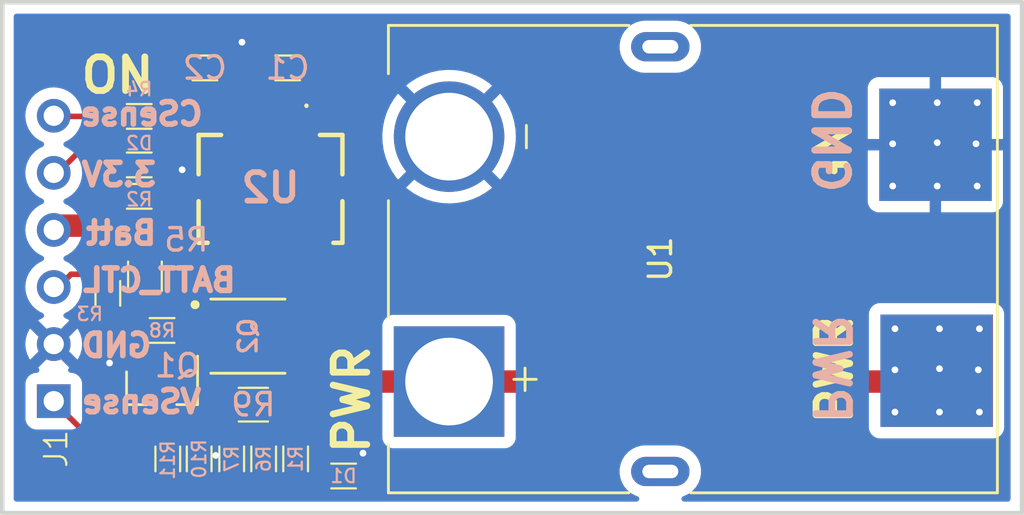
<source format=kicad_pcb>
(kicad_pcb (version 20211014) (generator pcbnew)
  (layers (0 "F.Cu" signal) (31 "B.Cu" signal) (34 "B.Paste" user) (35 "F.Paste" user) (36 "B.SilkS" user "B.Silkscreen") (37 "F.SilkS" user "F.Silkscreen") (38 "B.Mask" user) (39 "F.Mask" user) (44 "Edge.Cuts" user))
  (net 0 "")
  (net 1 "GND")
  (net 2 "+3V3")
  (net 3 "Net-(C2-Pad2)")
  (net 4 "Net-(D1-Pad2)")
  (net 5 "Net-(D2-Pad2)")
  (net 6 "/CurrSense")
  (net 7 "/VSense")
  (net 8 "+BATT")
  (net 9 "Net-(Q1-Pad1)")
  (net 10 "Net-(Q1-Pad3)")
  (net 11 "Net-(Q2-Pad2)")
  (net 12 "Net-(Q2-Pad3)")
  (net 13 "/Batt_CTL")
  (net 14 "Net-(R5-Pad2)")
  (net 15 "Net-(R10-Pad2)")
  (net 18 "/Batt_Raw")
  (footprint "1_Semi_TO_SOT:VDFN-8" (layer "F.Cu") (at 138.4385 61.087)
    (fp_text reference "Q2" (at 0 0 90) (layer "B.SilkS") (effects (font (size 0.8 0.8)) (justify mirror)))
    (fp_text value "PMOS_SGD")
    (fp_line (start -1.65 1.65) (end 1.65 1.65) (layer "F.SilkS") (width 0.127))
    (fp_line (start -1.65 -1.65) (end 1.65 -1.65) (layer "F.SilkS") (width 0.127))
    (fp_circle (center -2.35 -1.4) (end -2.25 -1.4) (layer "F.SilkS") (width 0.2) (fill none))
    (pad "1" smd rect (at -1.435 0.325) (size 0.63 0.5) (layers "F.Cu" "F.Mask") (net 8 "+BATT"))
    (pad "1" smd rect (at -1.435 -0.325) (size 0.63 0.5) (layers "F.Cu" "F.Mask") (net 8 "+BATT"))
    (pad "1" smd rect (at -1.435 -0.975) (size 0.63 0.5) (layers "F.Cu" "F.Mask") (net 8 "+BATT"))
    (pad "2" smd rect (at -1.435 0.975) (size 0.63 0.5) (layers "F.Cu" "F.Mask") (net 11 "Net-(Q2-Pad2)"))
    (pad "3" smd custom (at 0 0) (size 0.63 0.5) (layers "F.Cu") (net 12 "Net-(Q2-Pad3)") (options (clearance outline) (anchor rect)) (primitives (gr_poly (pts (xy 1.75 -1.225) (xy 1.75 -0.725) (xy 1.34 -0.725) (xy 1.34 -0.575) (xy 1.75 -0.575) (xy 1.75 -0.075) (xy 1.34 -0.075) (xy 1.34 0.075) (xy 1.75 0.075) (xy 1.75 0.575) (xy 1.34 0.575) (xy 1.34 0.725) (xy 1.75 0.725) (xy 1.75 1.225) (xy -0.56 1.225) (xy -0.56 -1.225)) (width 0.01) (fill yes))))
  )
  (footprint "1_Semi_TO_SOT:SOT-23" (layer "F.Cu") (at 134.62 63.373 -90)
    (fp_text reference "Q1" (at -0.973 -0.68 -180) (layer "B.SilkS") (effects (justify mirror)))
    (fp_text value "BC847")
    (fp_line (start 0.76 1.58) (end 0.76 0.65) (layer "F.SilkS") (width 0.12))
    (fp_line (start 0.76 1.58) (end -0.7 1.58) (layer "F.SilkS") (width 0.12))
    (fp_line (start 0.76 -1.58) (end 0.76 -0.65) (layer "F.SilkS") (width 0.12))
    (fp_line (start 0.76 -1.58) (end -1.4 -1.58) (layer "F.SilkS") (width 0.12))
    (pad "1" smd rect locked (at -1 -0.95 270) (size 0.9 0.8) (layers "F.Cu" "F.Paste" "F.Mask") (net 9 "Net-(Q1-Pad1)"))
    (pad "2" smd rect locked (at -1 0.95 270) (size 0.9 0.8) (layers "F.Cu" "F.Paste" "F.Mask") (net 1 "GND"))
    (pad "3" smd rect locked (at 1 0 270) (size 0.9 0.8) (layers "F.Cu" "F.Paste" "F.Mask") (net 10 "Net-(Q1-Pad3)"))
  )
  (footprint "5_Connectors_misc:header_01x06_pitch2.54_tht" (layer "F.Cu") (at 129.8 63.98 90)
    (fp_text reference "J1" (at -2.12 0.1 90) (layer "F.SilkS") (effects (font (thickness 0.1))))
    (fp_text value "header_01x06" hide)
    (pad "1" thru_hole rect locked (at 0 0 90) (size 1.5 1.5) (drill 0.9) (layers *.Cu *.Mask) (net 7 "/VSense"))
    (pad "2" thru_hole circle locked (at 2.54 0 90) (size 1.5 1.5) (drill 0.9) (layers *.Cu *.Mask) (net 1 "GND"))
    (pad "3" thru_hole circle locked (at 5.08 0 90) (size 1.5 1.5) (drill 0.9) (layers *.Cu *.Mask) (net 13 "/Batt_CTL"))
    (pad "4" thru_hole circle locked (at 7.62 0 90) (size 1.5 1.5) (drill 0.9) (layers *.Cu *.Mask) (net 8 "+BATT"))
    (pad "5" thru_hole circle locked (at 10.16 0 90) (size 1.5 1.5) (drill 0.9) (layers *.Cu *.Mask) (net 2 "+3V3"))
    (pad "6" thru_hole circle locked (at 12.7 0 90) (size 1.5 1.5) (drill 0.9) (layers *.Cu *.Mask) (net 6 "/CurrSense"))
  )
  (footprint "5_Connectors_AMASS:AMASS_XT90PW-M_Horizontal" (layer "F.Cu") (at 156.792 57.658 90)
    (fp_text reference "U1" (at 0 0 90) (layer "F.SilkS"))
    (fp_text value "XT90PW-M")
    (fp_line (start 10.4 -1.4) (end 10.4 -12.1) (layer "F.SilkS") (width 0.127))
    (fp_line (start -10.4 15) (end 10.4 15) (layer "F.SilkS") (width 0.127))
    (fp_line (start -5.35 -5.52) (end -5.35 -6.52) (layer "F.SilkS") (width 0.127))
    (fp_line (start -4.85 -6.02) (end -5.85 -6.02) (layer "F.SilkS") (width 0.127))
    (fp_line (start 10.4 15) (end 10.4 1.35) (layer "F.SilkS") (width 0.127))
    (fp_line (start 4.95 -5.96) (end 5.95 -5.96) (layer "F.SilkS") (width 0.127))
    (fp_line (start 10.4 -12.1) (end 8.25 -12.1) (layer "F.SilkS") (width 0.127))
    (fp_line (start -10.4 1.35) (end -10.4 15) (layer "F.SilkS") (width 0.127))
    (fp_line (start -8.25 -12.1) (end -10.4 -12.1) (layer "F.SilkS") (width 0.127))
    (fp_line (start -10.4 -12.1) (end -10.4 -1.4) (layer "F.SilkS") (width 0.127))
    (fp_line (start -2.6 -12.1) (end 2.6 -12.1) (layer "F.SilkS") (width 0.127))
    (pad "" thru_hole oval (at -9.45 0 90) (size 1.3 2.6) (drill oval 0.6 1.6) (layers *.Cu *.Mask))
    (pad "" thru_hole oval (at 9.45 0 90) (size 1.3 2.6) (drill oval 0.6 1.6) (layers *.Cu *.Mask))
    (pad "1" thru_hole rect (at -5.45 -9.4 90) (size 4.916 4.916) (drill 3.9) (layers *.Cu *.Mask) (net 18 "/Batt_Raw"))
    (pad "2" thru_hole circle (at 5.45 -9.4 90) (size 4.916 4.916) (drill 3.9) (layers *.Cu *.Mask) (net 1 "GND"))
  )
  (footprint "2_Passives_Resistors_SMD_IPC:R_1608_603_B" (layer "F.Cu") (at 139.1412 66.548 -90)
    (fp_text reference "R6" (at 0 0 90) (layer "B.SilkS") (effects (font (size 0.6 0.6) (thickness 0.1)) (justify mirror)))
    (fp_text value "22k")
    (fp_line (start -0.55 -0.55) (end 0.55 -0.55) (layer "F.SilkS") (width 0.1))
    (fp_line (start 0.55 0.55) (end -0.55 0.55) (layer "F.SilkS") (width 0.1))
    (pad "1" smd roundrect (at -0.85 0 270) (size 0.6 0.8) (layers "F.Cu" "F.Paste" "F.Mask") (net 18 "/Batt_Raw") (thermal_gap 0.15))
    (pad "2" smd roundrect (at 0.85 0 270) (size 0.6 0.8) (layers "F.Cu" "F.Paste" "F.Mask") (net 7 "/VSense") (thermal_gap 0.15))
  )
  (footprint "2_Passives_Resistors_SMD_IPC:R_2012_805_B" (layer "F.Cu") (at 133.858 58.42 -90)
    (fp_text reference "R5" (at -1.62 -1.842 -180) (layer "B.SilkS") (effects (justify mirror)))
    (fp_text value "500")
    (fp_line (start -0.65 -0.75) (end 0.65 -0.75) (layer "F.SilkS") (width 0.1))
    (fp_line (start 0.65 0.75) (end -0.65 0.75) (layer "F.SilkS") (width 0.1))
    (pad "1" smd rect locked (at -1 0 270) (size 0.7 1.2) (layers "F.Cu" "F.Paste" "F.Mask") (net 13 "/Batt_CTL"))
    (pad "2" smd rect locked (at 1 0 270) (size 0.7 1.2) (layers "F.Cu" "F.Paste" "F.Mask") (net 14 "Net-(R5-Pad2)"))
  )
  (footprint "2_Passives_Resistors_SMD_IPC:R_1608_603_B" (layer "F.Cu") (at 137.7188 66.548 90)
    (fp_text reference "R7" (at 0 0 90) (layer "B.SilkS") (effects (font (size 0.6 0.6) (thickness 0.1)) (justify mirror)))
    (fp_text value "4k7")
    (fp_line (start 0.55 0.55) (end -0.55 0.55) (layer "F.SilkS") (width 0.1))
    (fp_line (start -0.55 -0.55) (end 0.55 -0.55) (layer "F.SilkS") (width 0.1))
    (pad "1" smd roundrect (at -0.85 0 90) (size 0.6 0.8) (layers "F.Cu" "F.Paste" "F.Mask") (net 7 "/VSense") (thermal_gap 0.15))
    (pad "2" smd roundrect (at 0.85 0 90) (size 0.6 0.8) (layers "F.Cu" "F.Paste" "F.Mask") (net 1 "GND") (thermal_gap 0.15))
  )
  (footprint "2_Passives_Resistors_SMD_IPC:R_1608_603_B" (layer "F.Cu") (at 136.271 66.548 90)
    (fp_text reference "R10" (at 0 0 90) (layer "B.SilkS") (effects (font (size 0.6 0.6) (thickness 0.1)) (justify mirror)))
    (fp_text value "1k")
    (fp_line (start 0.55 0.55) (end -0.55 0.55) (layer "F.SilkS") (width 0.1))
    (fp_line (start -0.55 -0.55) (end 0.55 -0.55) (layer "F.SilkS") (width 0.1))
    (pad "1" smd roundrect (at -0.85 0 90) (size 0.6 0.8) (layers "F.Cu" "F.Paste" "F.Mask") (net 10 "Net-(Q1-Pad3)") (thermal_gap 0.15))
    (pad "2" smd roundrect (at 0.85 0 90) (size 0.6 0.8) (layers "F.Cu" "F.Paste" "F.Mask") (net 15 "Net-(R10-Pad2)") (thermal_gap 0.15))
  )
  (footprint "2_Passives_Resistors_SMD_IPC:R_1608_603_B" (layer "F.Cu") (at 132.207 59.182 90)
    (fp_text reference "R3" (at -0.918 -0.807 180) (layer "B.SilkS") (effects (font (size 0.6 0.6) (thickness 0.1)) (justify mirror)))
    (fp_text value "10k")
    (fp_line (start 0.55 0.55) (end -0.55 0.55) (layer "F.SilkS") (width 0.1))
    (fp_line (start -0.55 -0.55) (end 0.55 -0.55) (layer "F.SilkS") (width 0.1))
    (pad "1" smd roundrect (at -0.85 0 90) (size 0.6 0.8) (layers "F.Cu" "F.Paste" "F.Mask") (net 1 "GND") (thermal_gap 0.15))
    (pad "2" smd roundrect (at 0.85 0 90) (size 0.6 0.8) (layers "F.Cu" "F.Paste" "F.Mask") (net 13 "/Batt_CTL") (thermal_gap 0.15))
  )
  (footprint "0_misc:test_point_5mm_square" (layer "F.Cu") (at 169.1132 62.6364)
    (fp_text reference "TP1" hide)
    (fp_text value "TEST" hide)
    (pad "1" smd rect (at -0.02 -0.01) (size 5 5) (layers "F.Cu" "F.Paste" "F.Mask") (net 18 "/Batt_Raw"))
  )
  (footprint "2_Passives_Capacitors_SMD_IPC:C_1608_603_B" (layer "F.Cu") (at 136.525 49.149)
    (fp_text reference "C2" (at 0 0) (layer "B.SilkS") (effects (justify mirror)))
    (fp_text value "1uF")
    (fp_line (start 0.55 0.55) (end -0.55 0.55) (layer "F.SilkS") (width 0.1))
    (fp_line (start -0.55 -0.55) (end 0.55 -0.55) (layer "F.SilkS") (width 0.1))
    (pad "1" smd rect (at -0.85 0) (size 0.6 0.8) (layers "F.Cu" "F.Paste" "F.Mask") (net 1 "GND"))
    (pad "2" smd rect (at 0.85 0) (size 0.6 0.8) (layers "F.Cu" "F.Paste" "F.Mask") (net 3 "Net-(C2-Pad2)"))
  )
  (footprint "2_Passives_Resistors_SMD_IPC:R_1608_603_B" (layer "F.Cu") (at 142.6972 67.31 180)
    (fp_text reference "D1" (at 0 0) (layer "B.SilkS") (effects (font (size 0.6 0.6) (thickness 0.1)) (justify mirror)))
    (fp_text value "LED")
    (fp_line (start 0.55 0.55) (end -0.55 0.55) (layer "F.SilkS") (width 0.1))
    (fp_line (start -0.55 -0.55) (end 0.55 -0.55) (layer "F.SilkS") (width 0.1))
    (pad "1" smd roundrect (at -0.85 0 180) (size 0.6 0.8) (layers "F.Cu" "F.Paste" "F.Mask") (net 1 "GND") (thermal_gap 0.15))
    (pad "2" smd roundrect (at 0.85 0 180) (size 0.6 0.8) (layers "F.Cu" "F.Paste" "F.Mask") (net 4 "Net-(D1-Pad2)") (thermal_gap 0.15))
  )
  (footprint "2_Passives_Resistors_SMD_IPC:R_1608_603_B" (layer "F.Cu") (at 133.604 51.308)
    (fp_text reference "R4" (at -0.004 -1.208 180) (layer "B.SilkS") (effects (font (size 0.6 0.6) (thickness 0.1)) (justify mirror)))
    (fp_text value "4k7")
    (fp_line (start -0.55 -0.55) (end 0.55 -0.55) (layer "F.SilkS") (width 0.1))
    (fp_line (start 0.55 0.55) (end -0.55 0.55) (layer "F.SilkS") (width 0.1))
    (pad "1" smd roundrect (at -0.85 0) (size 0.6 0.8) (layers "F.Cu" "F.Paste" "F.Mask") (net 6 "/CurrSense") (thermal_gap 0.15))
    (pad "2" smd roundrect (at 0.85 0) (size 0.6 0.8) (layers "F.Cu" "F.Paste" "F.Mask") (net 3 "Net-(C2-Pad2)") (thermal_gap 0.15))
  )
  (footprint "2_Passives_Resistors_SMD_IPC:R_1608_603_B" (layer "F.Cu") (at 133.604 53.467 180)
    (fp_text reference "D2" (at 0 0.967) (layer "B.SilkS") (effects (font (size 0.6 0.6) (thickness 0.1)) (justify mirror)))
    (fp_text value "LED")
    (fp_line (start 0.55 0.55) (end -0.55 0.55) (layer "F.SilkS") (width 0.1))
    (fp_line (start -0.55 -0.55) (end 0.55 -0.55) (layer "F.SilkS") (width 0.1))
    (pad "1" smd roundrect (at -0.85 0 180) (size 0.6 0.8) (layers "F.Cu" "F.Paste" "F.Mask") (net 1 "GND") (thermal_gap 0.15))
    (pad "2" smd roundrect (at 0.85 0 180) (size 0.6 0.8) (layers "F.Cu" "F.Paste" "F.Mask") (net 5 "Net-(D2-Pad2)") (thermal_gap 0.15))
  )
  (footprint "2_Passives_Resistors_SMD_IPC:R_1608_603_B" (layer "F.Cu") (at 134.874 66.548 -90)
    (fp_text reference "R11" (at 0.0508 0 -90) (layer "B.SilkS") (effects (font (size 0.6 0.6) (thickness 0.1)) (justify mirror)))
    (fp_text value "1k")
    (fp_line (start -0.55 -0.55) (end 0.55 -0.55) (layer "F.SilkS") (width 0.1))
    (fp_line (start 0.55 0.55) (end -0.55 0.55) (layer "F.SilkS") (width 0.1))
    (pad "1" smd roundrect (at -0.85 0 270) (size 0.6 0.8) (layers "F.Cu" "F.Paste" "F.Mask") (net 11 "Net-(Q2-Pad2)") (thermal_gap 0.15))
    (pad "2" smd roundrect (at 0.85 0 270) (size 0.6 0.8) (layers "F.Cu" "F.Paste" "F.Mask") (net 10 "Net-(Q1-Pad3)") (thermal_gap 0.15))
  )
  (footprint "2_Passives_Resistors_SMD_IPC:R_1608_603_B" (layer "F.Cu") (at 140.5636 66.548 -90)
    (fp_text reference "R1" (at 0 0 -270) (layer "B.SilkS") (effects (font (size 0.6 0.6) (thickness 0.1)) (justify mirror)))
    (fp_text value "470")
    (fp_line (start -0.55 -0.55) (end 0.55 -0.55) (layer "F.SilkS") (width 0.1))
    (fp_line (start 0.55 0.55) (end -0.55 0.55) (layer "F.SilkS") (width 0.1))
    (pad "1" smd roundrect (at -0.85 0 270) (size 0.6 0.8) (layers "F.Cu" "F.Paste" "F.Mask") (net 18 "/Batt_Raw") (thermal_gap 0.15))
    (pad "2" smd roundrect (at 0.85 0 270) (size 0.6 0.8) (layers "F.Cu" "F.Paste" "F.Mask") (net 4 "Net-(D1-Pad2)") (thermal_gap 0.15))
  )
  (footprint "2_Passives_Resistors_SMD_IPC:R_1608_603_B" (layer "F.Cu") (at 134.62 60.833 180)
    (fp_text reference "R8" (at 0 0) (layer "B.SilkS") (effects (font (size 0.6 0.6) (thickness 0.1)) (justify mirror)))
    (fp_text value "4k7")
    (fp_line (start 0.55 0.55) (end -0.55 0.55) (layer "F.SilkS") (width 0.1))
    (fp_line (start -0.55 -0.55) (end 0.55 -0.55) (layer "F.SilkS") (width 0.1))
    (pad "1" smd roundrect (at -0.85 0 180) (size 0.6 0.8) (layers "F.Cu" "F.Paste" "F.Mask") (net 9 "Net-(Q1-Pad1)") (thermal_gap 0.15))
    (pad "2" smd roundrect (at 0.85 0 180) (size 0.6 0.8) (layers "F.Cu" "F.Paste" "F.Mask") (net 14 "Net-(R5-Pad2)") (thermal_gap 0.15))
  )
  (footprint "2_Passives_Resistors_SMD_IPC:R_2012_805_B" (layer "F.Cu") (at 138.684 64.135)
    (fp_text reference "R9" (at 0 0) (layer "B.SilkS") (effects (justify mirror)))
    (fp_text value "500")
    (fp_line (start 0.65 0.75) (end -0.65 0.75) (layer "F.SilkS") (width 0.1))
    (fp_line (start -0.65 -0.75) (end 0.65 -0.75) (layer "F.SilkS") (width 0.1))
    (pad "1" smd rect locked (at -1 0) (size 0.7 1.2) (layers "F.Cu" "F.Paste" "F.Mask") (net 15 "Net-(R10-Pad2)"))
    (pad "2" smd rect locked (at 1 0) (size 0.7 1.2) (layers "F.Cu" "F.Paste" "F.Mask") (net 12 "Net-(Q2-Pad3)"))
  )
  (footprint "1_Semi_TO_SOT:7-LR-PSOF" (layer "F.Cu") (at 139.446 54.483 180)
    (fp_text reference "U2" (at 0 0) (layer "B.SilkS") (effects (font (size 1.27 1.27) (thickness 0.254)) (justify mirror)))
    (fp_text value "ACS781" hide)
    (fp_line (start -1.6 3.7) (end -1.6 3.7) (layer "F.SilkS") (width 0.1))
    (fp_line (start -3.2 0.6) (end -3.2 2.35) (layer "F.SilkS") (width 0.2))
    (fp_line (start -1.6 3.6) (end -1.6 3.6) (layer "F.SilkS") (width 0.1))
    (fp_line (start -3.2 2.35) (end -2.2 2.35) (layer "F.SilkS") (width 0.2))
    (fp_line (start 3.2 -2.45) (end 3.2 -0.6) (layer "F.SilkS") (width 0.2))
    (fp_line (start 3.2 0.6) (end 3.2 2.35) (layer "F.SilkS") (width 0.2))
    (fp_line (start 2.8 -2.45) (end 3.2 -2.45) (layer "F.SilkS") (width 0.2))
    (fp_line (start -3.2 -2.45) (end -2.8 -2.45) (layer "F.SilkS") (width 0.2))
    (fp_line (start 3.2 2.35) (end 2.2 2.35) (layer "F.SilkS") (width 0.2))
    (fp_line (start -3.2 -0.6) (end -3.2 -2.45) (layer "F.SilkS") (width 0.2))
    (fp_arc (start -1.6 3.6) (mid -1.55 3.65) (end -1.6 3.7) (layer "F.SilkS") (width 0.1))
    (fp_arc (start -1.6 3.7) (mid -1.65 3.65) (end -1.6 3.6) (layer "F.SilkS") (width 0.1))
    (pad "1" smd rect (at -1.6 2.45 180) (size 0.5 1.6) (layers "F.Cu" "F.Paste" "F.Mask") (net 2 "+3V3"))
    (pad "2" smd rect (at 0 2.45 180) (size 0.5 1.6) (layers "F.Cu" "F.Paste" "F.Mask") (net 1 "GND"))
    (pad "3" smd rect (at 1.6 2.45 180) (size 0.5 1.6) (layers "F.Cu" "F.Paste" "F.Mask") (net 3 "Net-(C2-Pad2)"))
    (pad "4" smd rect (at 2.8 -0.05 270) (size 0.6 0.9) (layers "F.Cu" "F.Paste" "F.Mask"))
    (pad "5" smd rect (at 1.5 -2.4 270) (size 1.7 1.8) (layers "F.Cu" "F.Paste" "F.Mask") (net 12 "Net-(Q2-Pad3)"))
    (pad "6" smd rect (at -1.5 -2.4 270) (size 1.7 1.8) (layers "F.Cu" "F.Paste" "F.Mask") (net 18 "/Batt_Raw"))
    (pad "7" smd rect (at -2.8 -0.05 270) (size 0.6 0.9) (layers "F.Cu" "F.Paste" "F.Mask"))
  )
  (footprint "0_misc:test_point_5mm_square" (layer "F.Cu") (at 169.0624 52.578)
    (fp_text reference "TP4" hide)
    (fp_text value "TEST" hide)
    (pad "1" smd rect (at -0.02 -0.01) (size 5 5) (layers "F.Cu" "F.Paste" "F.Mask") (net 1 "GND"))
  )
  (footprint "2_Passives_Resistors_SMD_IPC:R_1608_603_B" (layer "F.Cu") (at 133.604 54.864 180)
    (fp_text reference "R2" (at 0 -0.136) (layer "B.SilkS") (effects (font (size 0.6 0.6) (thickness 0.1)) (justify mirror)))
    (fp_text value "470")
    (fp_line (start 0.55 0.55) (end -0.55 0.55) (layer "F.SilkS") (width 0.1))
    (fp_line (start -0.55 -0.55) (end 0.55 -0.55) (layer "F.SilkS") (width 0.1))
    (pad "1" smd roundrect (at -0.85 0 180) (size 0.6 0.8) (layers "F.Cu" "F.Paste" "F.Mask") (net 8 "+BATT") (thermal_gap 0.15))
    (pad "2" smd roundrect (at 0.85 0 180) (size 0.6 0.8) (layers "F.Cu" "F.Paste" "F.Mask") (net 5 "Net-(D2-Pad2)") (thermal_gap 0.15))
  )
  (footprint "2_Passives_Capacitors_SMD_IPC:C_1608_603_B" (layer "F.Cu") (at 140.208 49.149)
    (fp_text reference "C1" (at 0 0) (layer "B.SilkS") (effects (justify mirror)))
    (fp_text value "0.1uF")
    (fp_line (start 0.55 0.55) (end -0.55 0.55) (layer "F.SilkS") (width 0.1))
    (fp_line (start -0.55 -0.55) (end 0.55 -0.55) (layer "F.SilkS") (width 0.1))
    (pad "1" smd rect (at -0.85 0) (size 0.6 0.8) (layers "F.Cu" "F.Paste" "F.Mask") (net 1 "GND"))
    (pad "2" smd rect (at 0.85 0) (size 0.6 0.8) (layers "F.Cu" "F.Paste" "F.Mask") (net 2 "+3V3"))
  )
  (footprint "0_misc:test_point_5mm_square" (layer "B.Cu") (at 169.0624 62.6364 180)
    (fp_text reference "TP3" hide)
    (fp_text value "TEST" hide)
    (pad "1" smd rect (at -0.02 0.01 180) (size 5 5) (layers "B.Cu" "B.Paste" "B.Mask") (net 18 "/Batt_Raw"))
  )
  (footprint "0_misc:test_point_5mm_square" (layer "B.Cu") (at 169.0116 52.578 180)
    (fp_text reference "TP2" hide)
    (fp_text value "TEST" hide)
    (pad "1" smd rect (at -0.02 0.01 180) (size 5 5) (layers "B.Cu" "B.Paste" "B.Mask") (net 1 "GND"))
  )
  (gr_rect (start 127.508 46.228) (end 172.888 68.961) (layer "Edge.Cuts") (width 0.2) (fill none))
  (gr_text "3.3V" (at 132.7 53.9) (layer "B.SilkS") (effects (font (size 1 1) (thickness 0.25)) (justify mirror)))
  (gr_text "GND\n" (at 132.588 61.5) (layer "B.SilkS") (effects (font (size 1 1) (thickness 0.25)) (justify mirror)))
  (gr_text "GND" (at 164.338 52.3748 -90) (layer "B.SilkS") (effects (font (size 1.5 1.5) (thickness 0.3)) (justify mirror)))
  (gr_text "PWR" (at 164.3888 62.5348 -90) (layer "B.SilkS") (effects (font (size 1.5 1.5) (thickness 0.3)) (justify mirror)))
  (gr_text "Batt" (at 132.8 56.5) (layer "B.SilkS") (effects (font (size 1 1) (thickness 0.25)) (justify mirror)))
  (gr_text "VSense" (at 133.7 64) (layer "B.SilkS") (effects (font (size 1 1) (thickness 0.25)) (justify mirror)))
  (gr_text "BATT_CTL\n" (at 134.5 58.6) (layer "B.SilkS") (effects (font (size 1 1) (thickness 0.25)) (justify mirror)))
  (gr_text "CSense" (at 133.7 51.2) (layer "B.SilkS") (effects (font (size 1 1) (thickness 0.25)) (justify mirror)))
  (gr_text "ON" (at 132.6388 49.4792) (layer "F.SilkS") (effects (font (size 1.5 1.5) (thickness 0.3))))
  (gr_text "PWR" (at 143.0528 63.9064 90) (layer "F.SilkS") (effects (font (size 1.5 1.5) (thickness 0.3))))
  (gr_text "GND" (at 164.4904 52.3748 90) (layer "F.SilkS") (effects (font (size 1.5 1.5) (thickness 0.3))))
  (gr_text "PWR" (at 164.5412 62.5856 90) (layer "F.SilkS") (effects (font (size 1.5 1.5) (thickness 0.3))))
  (segment (start 136.818 48.006) (end 135.675 49.149) (width 0.25) (layer "F.Cu") (net 1))
  (segment (start 137.7052 65.698) (end 137.7188 65.698) (width 0.25) (layer "F.Cu") (net 1))
  (segment (start 138.176 48.006) (end 139.319 49.149) (width 0.25) (layer "F.Cu") (net 1))
  (segment (start 143.5608 67.2964) (end 143.5472 67.31) (width 0.25) (layer "F.Cu") (net 1))
  (segment (start 143.5608 66.294) (end 143.5608 67.2964) (width 0.25) (layer "F.Cu") (net 1))
  (segment (start 134.7085 53.6825) (end 134.581 53.555) (width 0.25) (layer "F.Cu") (net 1))
  (segment (start 139.319 49.149) (end 139.358 49.149) (width 0.25) (layer "F.Cu") (net 1))
  (segment (start 138.176 48.006) (end 136.818 48.006) (width 0.25) (layer "F.Cu") (net 1))
  (segment (start 132.2832 62.2808) (end 132.3848 62.3824) (width 0.25) (layer "F.Cu") (net 1))
  (segment (start 139.358 51.982) (end 139.446 52.07) (width 0.25) (layer "F.Cu") (net 1))
  (segment (start 133.6606 62.3824) (end 133.67 62.373) (width 0.25) (layer "F.Cu") (net 1))
  (segment (start 132.2832 62.2808) (end 132.207 62.2046) (width 0.25) (layer "F.Cu") (net 1))
  (segment (start 139.358 49.149) (end 139.358 51.982) (width 0.25) (layer "F.Cu") (net 1))
  (segment (start 132.207 62.2046) (end 132.207 60.032) (width 0.25) (layer "F.Cu") (net 1))
  (segment (start 135.513676 53.6825) (end 134.7085 53.6825) (width 0.25) (layer "F.Cu") (net 1))
  (segment (start 132.3848 62.3824) (end 133.6606 62.3824) (width 0.25) (layer "F.Cu") (net 1))
  (segment (start 134.581 53.555) (end 134.581 53.467) (width 0.25) (layer "F.Cu") (net 1))
  (segment (start 137.0076 66.3956) (end 137.7052 65.698) (width 0.25) (layer "F.Cu") (net 1))
  (via (at 170.8404 52.5272) (size 0.6) (drill 0.3) (layers "F.Cu" "B.Cu") (net 1))
  (via (at 169.1132 50.6984) (size 0.6) (drill 0.3) (layers "F.Cu" "B.Cu") (net 1))
  (via (at 138.176 48.006) (size 0.6) (drill 0.3) (layers "F.Cu" "B.Cu") (net 1))
  (via (at 167.132 54.4068) (size 0.6) (drill 0.3) (layers "F.Cu" "B.Cu") (net 1))
  (via (at 169.1132 54.4068) (size 0.6) (drill 0.3) (layers "F.Cu" "B.Cu") (net 1))
  (via (at 132.2832 62.2808) (size 0.6) (drill 0.3) (layers "F.Cu" "B.Cu") (net 1))
  (via (at 137.0076 66.3956) (size 0.6) (drill 0.3) (layers "F.Cu" "B.Cu") (net 1))
  (via (at 170.8912 54.4068) (size 0.6) (drill 0.3) (layers "F.Cu" "B.Cu") (net 1))
  (via (at 135.513676 53.6825) (size 0.6) (drill 0.3) (layers "F.Cu" "B.Cu") (net 1))
  (via (at 169.1132 52.4764) (size 0.6) (drill 0.3) (layers "F.Cu" "B.Cu") (net 1))
  (via (at 170.8912 50.6984) (size 0.6) (drill 0.3) (layers "F.Cu" "B.Cu") (net 1))
  (via (at 143.5608 66.294) (size 0.6) (drill 0.3) (layers "F.Cu" "B.Cu") (net 1))
  (via (at 167.132 50.6984) (size 0.6) (drill 0.3) (layers "F.Cu" "B.Cu") (net 1))
  (via (at 167.132 52.5272) (size 0.6) (drill 0.3) (layers "F.Cu" "B.Cu") (net 1))
  (segment (start 135.080086 52.705) (end 131.095 52.705) (width 0.25) (layer "F.Cu") (net 2))
  (segment (start 139.971 53.108) (end 135.483086 53.108) (width 0.25) (layer "F.Cu") (net 2))
  (segment (start 141.046 49.2) (end 141.097 49.149) (width 0.25) (layer "F.Cu") (net 2))
  (segment (start 135.483086 53.108) (end 135.080086 52.705) (width 0.25) (layer "F.Cu") (net 2))
  (segment (start 131.095 52.705) (end 129.8 54) (width 0.25) (layer "F.Cu") (net 2))
  (segment (start 141.046 52.033) (end 139.971 53.108) (width 0.25) (layer "F.Cu") (net 2))
  (segment (start 141.046 52.033) (end 141.046 49.2) (width 0.25) (layer "F.Cu") (net 2))
  (segment (start 137.795 51.435) (end 137.922 51.562) (width 0.25) (layer "F.Cu") (net 3))
  (segment (start 134.581 51.435) (end 137.795 51.435) (width 0.25) (layer "F.Cu") (net 3))
  (segment (start 134.454 51.308) (end 134.581 51.435) (width 0.25) (layer "F.Cu") (net 3))
  (segment (start 137.922 51.562) (end 137.922 52.07) (width 0.25) (layer "F.Cu") (net 3))
  (segment (start 137.846 49.581) (end 137.414 49.149) (width 0.25) (layer "F.Cu") (net 3))
  (segment (start 137.846 52.033) (end 137.846 49.581) (width 0.25) (layer "F.Cu") (net 3))
  (segment (start 141.8472 67.31) (end 140.6652 67.31) (width 0.25) (layer "F.Cu") (net 4))
  (segment (start 132.754 54.864) (end 132.754 53.379) (width 0.25) (layer "F.Cu") (net 5))
  (segment (start 132.754 51.308) (end 129.708 51.308) (width 0.25) (layer "F.Cu") (net 6))
  (segment (start 136.9822 68.199) (end 133.999 68.199) (width 0.25) (layer "F.Cu") (net 7))
  (segment (start 137.7188 67.398) (end 139.1412 67.398) (width 0.25) (layer "F.Cu") (net 7))
  (segment (start 137.7188 67.398) (end 137.7188 67.4624) (width 0.25) (layer "F.Cu") (net 7))
  (segment (start 137.7188 67.4624) (end 136.9822 68.199) (width 0.25) (layer "F.Cu") (net 7))
  (segment (start 130.1 64.3) (end 130 64.3) (width 0.25) (layer "F.Cu") (net 7))
  (segment (start 133.999 68.199) (end 130.1 64.3) (width 0.25) (layer "F.Cu") (net 7))
  (segment (start 135.358 57.38) (end 135.358 56.491) (width 1) (layer "F.Cu") (net 8))
  (segment (start 134.402 56.17) (end 135.037 56.17) (width 1) (layer "F.Cu") (net 8))
  (segment (start 137.0035 60.112) (end 137.0035 60.9895) (width 1) (layer "F.Cu") (net 8))
  (segment (start 134.4122 54.767) (end 134.4168 54.767) (width 1) (layer "F.Cu") (net 8))
  (segment (start 135.037 56.17) (end 135.358 56.491) (width 1) (layer "F.Cu") (net 8))
  (segment (start 134.402 54.7772) (end 134.4122 54.767) (width 1) (layer "F.Cu") (net 8))
  (segment (start 137.0035 59.0255) (end 135.358 57.38) (width 1) (layer "F.Cu") (net 8))
  (segment (start 134.402 56.17) (end 130.03 56.17) (width 1) (layer "F.Cu") (net 8))
  (segment (start 137.0035 60.112) (end 137.0035 59.0255) (width 1) (layer "F.Cu") (net 8))
  (segment (start 134.402 56.17) (end 134.402 54.7772) (width 1) (layer "F.Cu") (net 8))
  (segment (start 130.03 56.17) (end 129.9 56.3) (width 1) (layer "F.Cu") (net 8))
  (segment (start 135.57 62.373) (end 135.57 60.513) (width 0.25) (layer "F.Cu") (net 9))
  (segment (start 134.913 67.398) (end 134.874 67.437) (width 0.25) (layer "F.Cu") (net 10))
  (segment (start 134.112 64.9732) (end 134.5692 64.516) (width 0.25) (layer "F.Cu") (net 10))
  (segment (start 136.271 67.398) (end 134.913 67.398) (width 0.25) (layer "F.Cu") (net 10))
  (segment (start 134.874 67.398) (end 134.708 67.398) (width 0.25) (layer "F.Cu") (net 10))
  (segment (start 134.112 66.802) (end 134.112 64.9732) (width 0.25) (layer "F.Cu") (net 10))
  (segment (start 134.708 67.398) (end 134.112 66.802) (width 0.25) (layer "F.Cu") (net 10))
  (segment (start 135.001 65.659) (end 136.906 63.754) (width 0.25) (layer "F.Cu") (net 11))
  (segment (start 134.874 65.659) (end 135.001 65.659) (width 0.25) (layer "F.Cu") (net 11))
  (segment (start 136.906 63.754) (end 136.906 62.103) (width 0.25) (layer "F.Cu") (net 11))
  (segment (start 138.4385 61.087) (end 138.4385 56.9045) (width 1) (layer "F.Cu") (net 12))
  (segment (start 138.4385 57.1585) (end 138.176 56.896) (width 0.5) (layer "F.Cu") (net 12))
  (segment (start 139.684 64.135) (end 139.684 61.611) (width 0.25) (layer "F.Cu") (net 12))
  (segment (start 138.4385 56.9045) (end 138.303 56.769) (width 1) (layer "F.Cu") (net 12))
  (segment (start 130.568 58.332) (end 129.9 59) (width 0.25) (layer "F.Cu") (net 13))
  (segment (start 132.207 57.785) (end 132.572 57.42) (width 0.25) (layer "F.Cu") (net 13))
  (segment (start 132.572 57.42) (end 133.858 57.42) (width 0.25) (layer "F.Cu") (net 13))
  (segment (start 132.207 58.332) (end 132.207 57.785) (width 0.25) (layer "F.Cu") (net 13))
  (segment (start 132.207 58.332) (end 130.568 58.332) (width 0.25) (layer "F.Cu") (net 13))
  (segment (start 133.858 59.42) (end 133.858 60.706) (width 0.25) (layer "F.Cu") (net 14))
  (segment (start 133.858 60.706) (end 133.731 60.833) (width 0.25) (layer "F.Cu") (net 14))
  (segment (start 136.398 65.659) (end 137.668 64.389) (width 0.25) (layer "F.Cu") (net 15))
  (segment (start 141.0716 62.992) (end 141.0716 56.9468) (width 1) (layer "F.Cu") (net 18))
  (segment (start 141.1876 63.108) (end 141.0716 62.992) (width 1) (layer "F.Cu") (net 18))
  (segment (start 139.7136 65.698) (end 139.7 65.6844) (width 1) (layer "F.Cu") (net 18))
  (segment (start 141.0716 65.19) (end 141.0716 62.992) (width 1) (layer "F.Cu") (net 18))
  (segment (start 147.392 63.108) (end 168.9752 63.108) (width 1) (layer "F.Cu") (net 18))
  (segment (start 147.373 63.108) (end 141.1876 63.108) (width 1) (layer "F.Cu") (net 18))
  (segment (start 140.5636 65.698) (end 139.7136 65.698) (width 1) (layer "F.Cu") (net 18))
  (segment (start 140.5636 65.698) (end 141.0716 65.19) (width 1) (layer "F.Cu") (net 18))
  (via (at 169.2148 60.7568) (size 0.6) (drill 0.3) (layers "F.Cu" "B.Cu") (net 18))
  (via (at 167.2336 64.4652) (size 0.6) (drill 0.3) (layers "F.Cu" "B.Cu") (net 18))
  (via (at 170.9928 60.7568) (size 0.6) (drill 0.3) (layers "F.Cu" "B.Cu") (net 18))
  (via (at 167.2336 60.7568) (size 0.6) (drill 0.3) (layers "F.Cu" "B.Cu") (net 18))
  (via (at 169.2148 62.5348) (size 0.6) (drill 0.3) (layers "F.Cu" "B.Cu") (net 18))
  (via (at 167.2336 62.5856) (size 0.6) (drill 0.3) (layers "F.Cu" "B.Cu") (net 18))
  (via (at 169.2148 64.4652) (size 0.6) (drill 0.3) (layers "F.Cu" "B.Cu") (net 18))
  (via (at 170.942 62.5856) (size 0.6) (drill 0.3) (layers "F.Cu" "B.Cu") (net 18))
  (via (at 170.9928 64.4652) (size 0.6) (drill 0.3) (layers "F.Cu" "B.Cu") (net 18))
  (zone (net 1) (net_name "GND") (layer "B.Cu") (connect_pads (clearance 0.508)) (min_thickness 0.254) (fill yes (thermal_gap 0.508) (thermal_bridge_width 0.508))
    (polygon (pts (xy 172.466 68.58) (xy 128.016 68.58) (xy 128.016 46.736) (xy 172.466 46.736)))
  )
)
</source>
